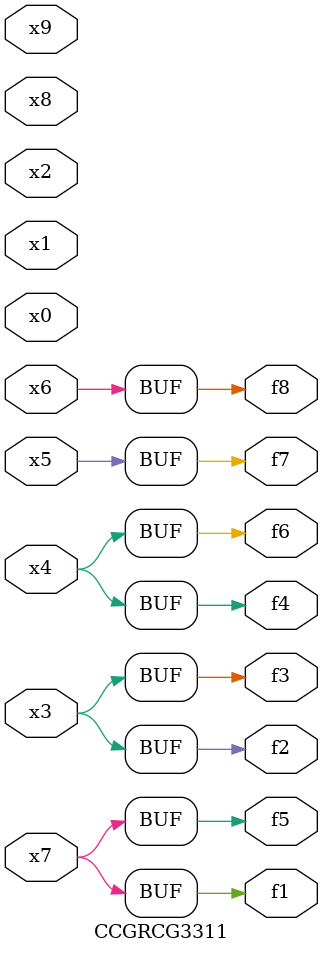
<source format=v>
module CCGRCG3311(
	input x0, x1, x2, x3, x4, x5, x6, x7, x8, x9,
	output f1, f2, f3, f4, f5, f6, f7, f8
);
	assign f1 = x7;
	assign f2 = x3;
	assign f3 = x3;
	assign f4 = x4;
	assign f5 = x7;
	assign f6 = x4;
	assign f7 = x5;
	assign f8 = x6;
endmodule

</source>
